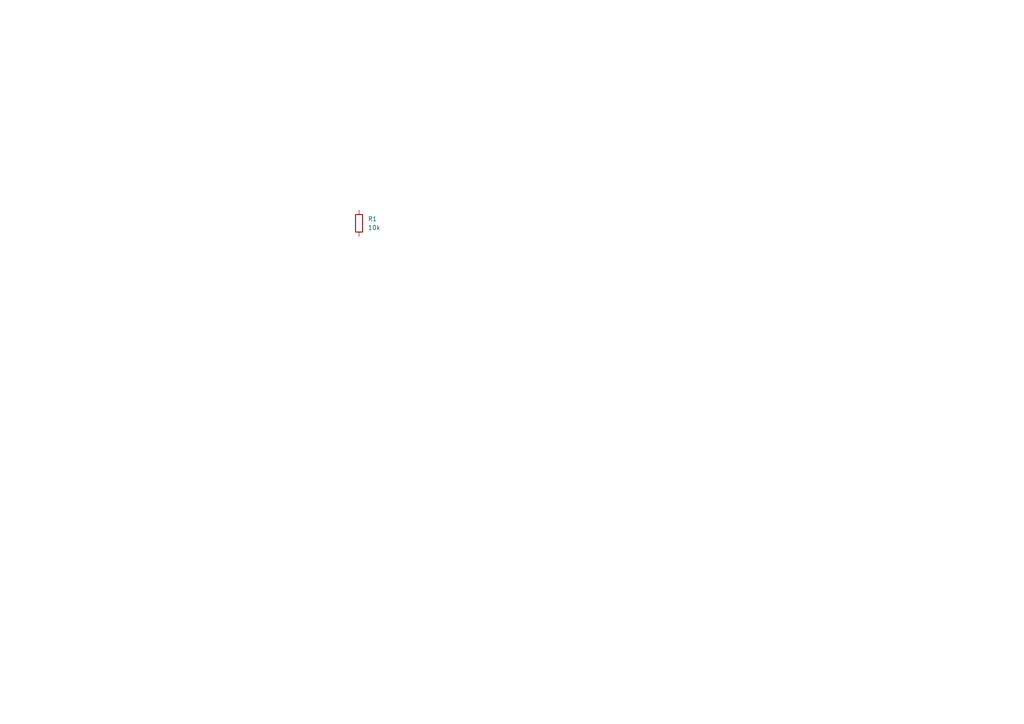
<source format=kicad_sch>
(kicad_sch (version 20250114) (generator "eeschema") (generator_version "9.0")
  (paper "A4")
  (lib_symbols
    (symbol "Device:R" (pin_numbers (hide yes)) (pin_names (offset 0))
      (property "Reference" "R" (at 2.032 0 90))
      (property "Value" "R" (at 0 0 90))
      (symbol "R_0_1"
        (rectangle (start -1.016 -2.54) (end 1.016 2.54) (stroke (width 0.254)))
      )
      (symbol "R_1_1"
        (pin passive line (at 0 3.81 270) (length 1.27) (name "~") (number "1"))
        (pin passive line (at 0 -3.81 90) (length 1.27) (name "~") (number "2"))
      )
    )
  )
  (symbol (lib_id "Device:R") (at 104.14 64.77 0) (unit 1)
    (property "Reference" "R1" (at 106.68 63.4999 0) (effects (justify left)))
    (property "Value" "10k" (at 106.68 66.0399 0) (effects (justify left)))
    (property "Footprint" "Resistor_SMD:R_0603_1608Metric" (effects (hide yes)))
    (property "Description" "Resistor" (effects (hide yes)))
  )
)
</source>
